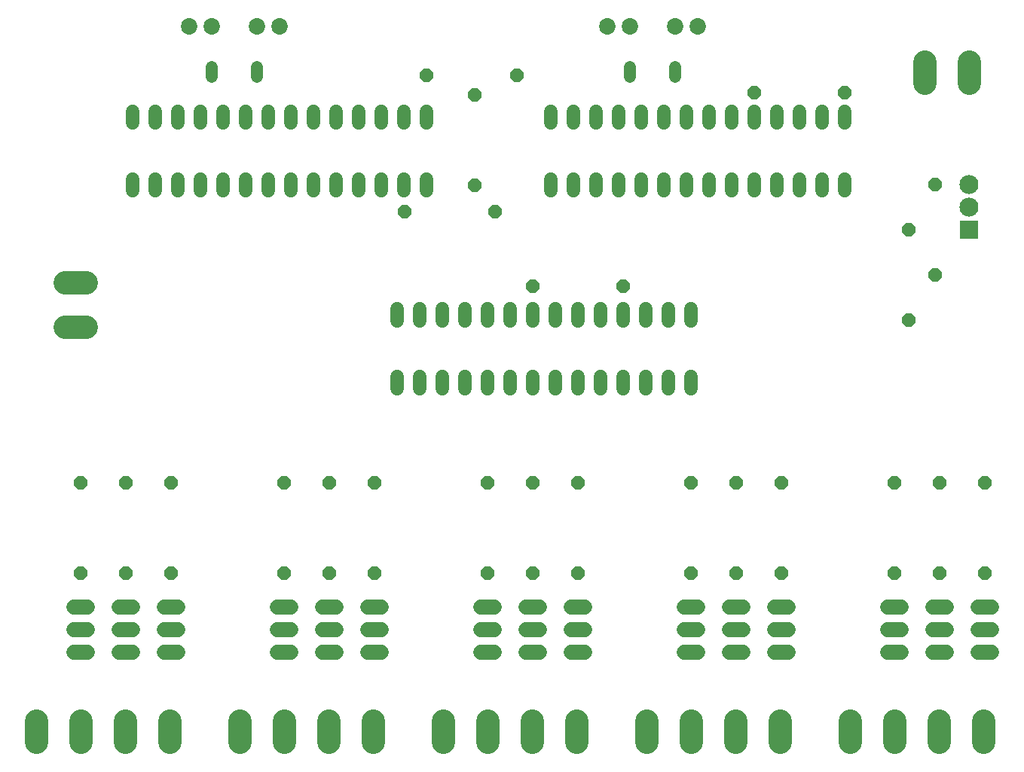
<source format=gbr>
G04 EAGLE Gerber RS-274X export*
G75*
%MOMM*%
%FSLAX34Y34*%
%LPD*%
%INSoldermask Bottom*%
%IPPOS*%
%AMOC8*
5,1,8,0,0,1.08239X$1,22.5*%
G01*
%ADD10C,1.854200*%
%ADD11C,1.524000*%
%ADD12C,1.727200*%
%ADD13C,1.320800*%
%ADD14P,1.649562X8X112.500000*%
%ADD15P,1.649562X8X202.500000*%
%ADD16P,1.649562X8X292.500000*%
%ADD17P,1.649562X8X22.500000*%
%ADD18R,2.133600X2.133600*%
%ADD19C,2.133600*%
%ADD20C,2.603200*%


D10*
X210795Y870128D03*
X236195Y870128D03*
X312395Y870128D03*
X286995Y870128D03*
X680695Y870128D03*
X706095Y870128D03*
X782295Y870128D03*
X756895Y870128D03*
D11*
X477495Y775132D02*
X477495Y761924D01*
X452095Y761924D02*
X452095Y775132D01*
X426695Y775132D02*
X426695Y761924D01*
X401295Y761924D02*
X401295Y775132D01*
X375895Y775132D02*
X375895Y761924D01*
X350495Y761924D02*
X350495Y775132D01*
X325095Y775132D02*
X325095Y761924D01*
X299695Y761924D02*
X299695Y775132D01*
X274295Y775132D02*
X274295Y761924D01*
X248895Y761924D02*
X248895Y775132D01*
X223495Y775132D02*
X223495Y761924D01*
X198095Y761924D02*
X198095Y775132D01*
X172695Y775132D02*
X172695Y761924D01*
X147295Y761924D02*
X147295Y775132D01*
X147295Y698932D02*
X147295Y685724D01*
X172695Y685724D02*
X172695Y698932D01*
X198095Y698932D02*
X198095Y685724D01*
X223495Y685724D02*
X223495Y698932D01*
X248895Y698932D02*
X248895Y685724D01*
X274295Y685724D02*
X274295Y698932D01*
X299695Y698932D02*
X299695Y685724D01*
X325095Y685724D02*
X325095Y698932D01*
X350495Y698932D02*
X350495Y685724D01*
X375895Y685724D02*
X375895Y698932D01*
X401295Y698932D02*
X401295Y685724D01*
X426695Y685724D02*
X426695Y698932D01*
X452095Y698932D02*
X452095Y685724D01*
X477495Y685724D02*
X477495Y698932D01*
X444500Y476504D02*
X444500Y463296D01*
X469900Y463296D02*
X469900Y476504D01*
X495300Y476504D02*
X495300Y463296D01*
X520700Y463296D02*
X520700Y476504D01*
X546100Y476504D02*
X546100Y463296D01*
X571500Y463296D02*
X571500Y476504D01*
X596900Y476504D02*
X596900Y463296D01*
X622300Y463296D02*
X622300Y476504D01*
X647700Y476504D02*
X647700Y463296D01*
X673100Y463296D02*
X673100Y476504D01*
X698500Y476504D02*
X698500Y463296D01*
X723900Y463296D02*
X723900Y476504D01*
X749300Y476504D02*
X749300Y463296D01*
X774700Y463296D02*
X774700Y476504D01*
X774700Y539496D02*
X774700Y552704D01*
X749300Y552704D02*
X749300Y539496D01*
X723900Y539496D02*
X723900Y552704D01*
X698500Y552704D02*
X698500Y539496D01*
X673100Y539496D02*
X673100Y552704D01*
X647700Y552704D02*
X647700Y539496D01*
X622300Y539496D02*
X622300Y552704D01*
X596900Y552704D02*
X596900Y539496D01*
X571500Y539496D02*
X571500Y552704D01*
X546100Y552704D02*
X546100Y539496D01*
X520700Y539496D02*
X520700Y552704D01*
X495300Y552704D02*
X495300Y539496D01*
X469900Y539496D02*
X469900Y552704D01*
X444500Y552704D02*
X444500Y539496D01*
X947395Y761924D02*
X947395Y775132D01*
X921995Y775132D02*
X921995Y761924D01*
X896595Y761924D02*
X896595Y775132D01*
X871195Y775132D02*
X871195Y761924D01*
X845795Y761924D02*
X845795Y775132D01*
X820395Y775132D02*
X820395Y761924D01*
X794995Y761924D02*
X794995Y775132D01*
X769595Y775132D02*
X769595Y761924D01*
X744195Y761924D02*
X744195Y775132D01*
X718795Y775132D02*
X718795Y761924D01*
X693395Y761924D02*
X693395Y775132D01*
X667995Y775132D02*
X667995Y761924D01*
X642595Y761924D02*
X642595Y775132D01*
X617195Y775132D02*
X617195Y761924D01*
X617195Y698932D02*
X617195Y685724D01*
X642595Y685724D02*
X642595Y698932D01*
X667995Y698932D02*
X667995Y685724D01*
X693395Y685724D02*
X693395Y698932D01*
X718795Y698932D02*
X718795Y685724D01*
X744195Y685724D02*
X744195Y698932D01*
X769595Y698932D02*
X769595Y685724D01*
X794995Y685724D02*
X794995Y698932D01*
X820395Y698932D02*
X820395Y685724D01*
X845795Y685724D02*
X845795Y698932D01*
X871195Y698932D02*
X871195Y685724D01*
X896595Y685724D02*
X896595Y698932D01*
X921995Y698932D02*
X921995Y685724D01*
X947395Y685724D02*
X947395Y698932D01*
D12*
X96596Y217703D02*
X81356Y217703D01*
X81356Y192303D02*
X96596Y192303D01*
X96596Y166903D02*
X81356Y166903D01*
X767156Y217703D02*
X782396Y217703D01*
X782396Y192303D02*
X767156Y192303D01*
X767156Y166903D02*
X782396Y166903D01*
X817956Y217703D02*
X833196Y217703D01*
X833196Y192303D02*
X817956Y192303D01*
X817956Y166903D02*
X833196Y166903D01*
X868756Y217703D02*
X883996Y217703D01*
X883996Y192303D02*
X868756Y192303D01*
X868756Y166903D02*
X883996Y166903D01*
X995756Y217703D02*
X1010996Y217703D01*
X1010996Y192303D02*
X995756Y192303D01*
X995756Y166903D02*
X1010996Y166903D01*
X1046556Y217703D02*
X1061796Y217703D01*
X1061796Y192303D02*
X1046556Y192303D01*
X1046556Y166903D02*
X1061796Y166903D01*
X1097356Y217703D02*
X1112596Y217703D01*
X1112596Y192303D02*
X1097356Y192303D01*
X1097356Y166903D02*
X1112596Y166903D01*
D13*
X236195Y813740D02*
X236195Y824916D01*
X286995Y824916D02*
X286995Y813740D01*
X706095Y813740D02*
X706095Y824916D01*
X756895Y824916D02*
X756895Y813740D01*
D12*
X147396Y217703D02*
X132156Y217703D01*
X132156Y192303D02*
X147396Y192303D01*
X147396Y166903D02*
X132156Y166903D01*
X182956Y217703D02*
X198196Y217703D01*
X198196Y192303D02*
X182956Y192303D01*
X182956Y166903D02*
X198196Y166903D01*
X309956Y217703D02*
X325196Y217703D01*
X325196Y192303D02*
X309956Y192303D01*
X309956Y166903D02*
X325196Y166903D01*
X360756Y217703D02*
X375996Y217703D01*
X375996Y192303D02*
X360756Y192303D01*
X360756Y166903D02*
X375996Y166903D01*
X411556Y217703D02*
X426796Y217703D01*
X426796Y192303D02*
X411556Y192303D01*
X411556Y166903D02*
X426796Y166903D01*
X538556Y217703D02*
X553796Y217703D01*
X553796Y192303D02*
X538556Y192303D01*
X538556Y166903D02*
X553796Y166903D01*
X589356Y217703D02*
X604596Y217703D01*
X604596Y192303D02*
X589356Y192303D01*
X589356Y166903D02*
X604596Y166903D01*
X640156Y217703D02*
X655396Y217703D01*
X655396Y192303D02*
X640156Y192303D01*
X640156Y166903D02*
X655396Y166903D01*
D14*
X596976Y255803D03*
X596976Y357403D03*
X825576Y255803D03*
X825576Y357403D03*
X876376Y255803D03*
X876376Y357403D03*
X1003376Y255803D03*
X1003376Y357403D03*
X1054176Y255803D03*
X1054176Y357403D03*
X1104976Y255803D03*
X1104976Y357403D03*
X88976Y255803D03*
X88976Y357403D03*
D15*
X698500Y578561D03*
X596900Y578561D03*
D16*
X1048995Y692328D03*
X1048995Y590728D03*
X1019405Y641528D03*
X1019405Y539928D03*
D17*
X477088Y815492D03*
X578688Y815492D03*
D14*
X139776Y255803D03*
X139776Y357403D03*
D17*
X452958Y662330D03*
X554558Y662330D03*
D14*
X531292Y691845D03*
X531292Y793445D03*
D15*
X947586Y796144D03*
X845986Y796144D03*
D14*
X190576Y255803D03*
X190576Y357403D03*
X317576Y255803D03*
X317576Y357403D03*
X368376Y255803D03*
X368376Y357403D03*
X419176Y255803D03*
X419176Y357403D03*
X546176Y255803D03*
X546176Y357403D03*
X647776Y255803D03*
X647776Y357403D03*
X774776Y255803D03*
X774776Y357403D03*
D18*
X1087095Y641528D03*
D19*
X1087095Y666928D03*
X1087095Y692328D03*
D20*
X38576Y90003D02*
X38576Y66003D01*
X88576Y66003D02*
X88576Y90003D01*
X138576Y90003D02*
X138576Y66003D01*
X188576Y66003D02*
X188576Y90003D01*
X724376Y90003D02*
X724376Y66003D01*
X774376Y66003D02*
X774376Y90003D01*
X824376Y90003D02*
X824376Y66003D01*
X874376Y66003D02*
X874376Y90003D01*
X495776Y90003D02*
X495776Y66003D01*
X545776Y66003D02*
X545776Y90003D01*
X595776Y90003D02*
X595776Y66003D01*
X645776Y66003D02*
X645776Y90003D01*
X267176Y90003D02*
X267176Y66003D01*
X317176Y66003D02*
X317176Y90003D01*
X367176Y90003D02*
X367176Y66003D01*
X417176Y66003D02*
X417176Y90003D01*
X952976Y90003D02*
X952976Y66003D01*
X1002976Y66003D02*
X1002976Y90003D01*
X1052976Y90003D02*
X1052976Y66003D01*
X1102976Y66003D02*
X1102976Y90003D01*
X94855Y582530D02*
X70855Y582530D01*
X70855Y532530D02*
X94855Y532530D01*
X1086847Y806744D02*
X1086847Y830744D01*
X1036847Y830744D02*
X1036847Y806744D01*
M02*

</source>
